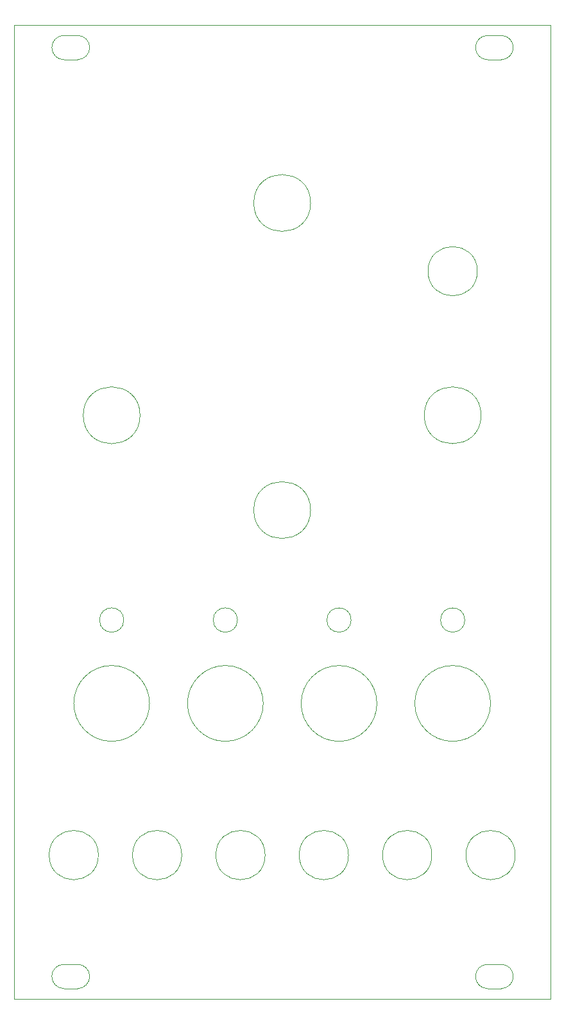
<source format=gm1>
G04 #@! TF.GenerationSoftware,KiCad,Pcbnew,(5.0.0-rc2)*
G04 #@! TF.CreationDate,2020-07-08T18:21:40+03:00*
G04 #@! TF.ProjectId,DELPNL2,44454C504E4C322E6B696361645F7063,rev?*
G04 #@! TF.SameCoordinates,PX2549e60PY82a7440*
G04 #@! TF.FileFunction,Profile,NP*
%FSLAX46Y46*%
G04 Gerber Fmt 4.6, Leading zero omitted, Abs format (unit mm)*
G04 Created by KiCad (PCBNEW (5.0.0-rc2)) date Wed Jul  8 18:21:40 2020*
%MOMM*%
%LPD*%
G01*
G04 APERTURE LIST*
%ADD10C,0.120000*%
G04 #@! TA.AperFunction,NonConductor*
%ADD11C,0.120000*%
G04 #@! TD*
G04 APERTURE END LIST*
D10*
X0Y128500000D02*
X0Y0D01*
X70800000Y128500000D02*
X0Y128500000D01*
X70800000Y0D02*
X70800000Y128500000D01*
X0Y0D02*
X70800000Y0D01*
D11*
G04 #@! TO.C,Ref\002A\002A*
X39150000Y105000000D02*
G75*
G03X39150000Y105000000I-3750000J0D01*
G01*
X61650000Y77000000D02*
G75*
G03X61650000Y77000000I-3750000J0D01*
G01*
X39150000Y64500000D02*
G75*
G03X39150000Y64500000I-3750000J0D01*
G01*
X16650000Y77000000D02*
G75*
G03X16650000Y77000000I-3750000J0D01*
G01*
X61150000Y96000000D02*
G75*
G03X61150000Y96000000I-3250000J0D01*
G01*
G04 #@! TO.C,X*
X62500000Y127100000D02*
X64300000Y127100000D01*
X62500000Y123900000D02*
X64300000Y123900000D01*
X60900000Y125500000D02*
G75*
G03X62500000Y123900000I1600000J0D01*
G01*
X62500000Y127100000D02*
G75*
G03X60900000Y125500000I0J-1600000D01*
G01*
X64300000Y123900000D02*
G75*
G03X65900000Y125500000I0J1600000D01*
G01*
X65900000Y125500000D02*
G75*
G03X64300000Y127100000I-1600000J0D01*
G01*
X6600000Y127100000D02*
X8400000Y127100000D01*
X6600000Y123900000D02*
X8400000Y123900000D01*
X5000000Y125500000D02*
G75*
G03X6600000Y123900000I1600000J0D01*
G01*
X6600000Y127100000D02*
G75*
G03X5000000Y125500000I0J-1600000D01*
G01*
X8400000Y123900000D02*
G75*
G03X10000000Y125500000I0J1600000D01*
G01*
X10000000Y125500000D02*
G75*
G03X8400000Y127100000I-1600000J0D01*
G01*
X62500000Y4600000D02*
X64300000Y4600000D01*
X62500000Y1400000D02*
X64300000Y1400000D01*
X60900000Y3000000D02*
G75*
G03X62500000Y1400000I1600000J0D01*
G01*
X62500000Y4600000D02*
G75*
G03X60900000Y3000000I0J-1600000D01*
G01*
X64300000Y1400000D02*
G75*
G03X65900000Y3000000I0J1600000D01*
G01*
X65900000Y3000000D02*
G75*
G03X64300000Y4600000I-1600000J0D01*
G01*
G04 #@! TO.C,Ref\002A\002A*
X14500000Y50000000D02*
G75*
G03X14500000Y50000000I-1600000J0D01*
G01*
X29500000Y50000000D02*
G75*
G03X29500000Y50000000I-1600000J0D01*
G01*
X44500000Y50000000D02*
G75*
G03X44500000Y50000000I-1600000J0D01*
G01*
X59500000Y50000000D02*
G75*
G03X59500000Y50000000I-1600000J0D01*
G01*
X11150000Y19000000D02*
G75*
G03X11150000Y19000000I-3250000J0D01*
G01*
X22150000Y19000000D02*
G75*
G03X22150000Y19000000I-3250000J0D01*
G01*
X33150000Y19000000D02*
G75*
G03X33150000Y19000000I-3250000J0D01*
G01*
X44150000Y19000000D02*
G75*
G03X44150000Y19000000I-3250000J0D01*
G01*
X55150000Y19000000D02*
G75*
G03X55150000Y19000000I-3250000J0D01*
G01*
X66150000Y19000000D02*
G75*
G03X66150000Y19000000I-3250000J0D01*
G01*
X17900000Y39000000D02*
G75*
G03X17900000Y39000000I-5000000J0D01*
G01*
X32900000Y39000000D02*
G75*
G03X32900000Y39000000I-5000000J0D01*
G01*
X47900000Y39000000D02*
G75*
G03X47900000Y39000000I-5000000J0D01*
G01*
X62900000Y39000000D02*
G75*
G03X62900000Y39000000I-5000000J0D01*
G01*
G04 #@! TO.C,X*
X10000000Y3000000D02*
G75*
G03X8400000Y4600000I-1600000J0D01*
G01*
X8400000Y1400000D02*
G75*
G03X10000000Y3000000I0J1600000D01*
G01*
X6600000Y4600000D02*
G75*
G03X5000000Y3000000I0J-1600000D01*
G01*
X5000000Y3000000D02*
G75*
G03X6600000Y1400000I1600000J0D01*
G01*
X6600000Y1400000D02*
X8400000Y1400000D01*
X6600000Y4600000D02*
X8400000Y4600000D01*
G04 #@! TD*
M02*

</source>
